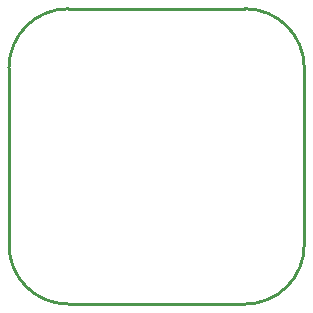
<source format=gko>
G04*
G04 #@! TF.GenerationSoftware,Altium Limited,CircuitStudio,1.5.2 (30)*
G04*
G04 Layer_Color=16720538*
%FSLAX25Y25*%
%MOIN*%
G70*
G01*
G75*
%ADD22C,0.01000*%
D22*
X305118Y314961D02*
G03*
X285433Y295276I0J-19685D01*
G01*
X383858D02*
G03*
X364173Y314961I-19685J0D01*
G01*
Y216535D02*
G03*
X383858Y236221I0J19685D01*
G01*
X285433D02*
G03*
X305118Y216535I19685J0D01*
G01*
Y314961D02*
X364173D01*
X383858Y236221D02*
Y295276D01*
X305118Y216535D02*
X364173D01*
X285433Y236221D02*
Y295276D01*
M02*

</source>
